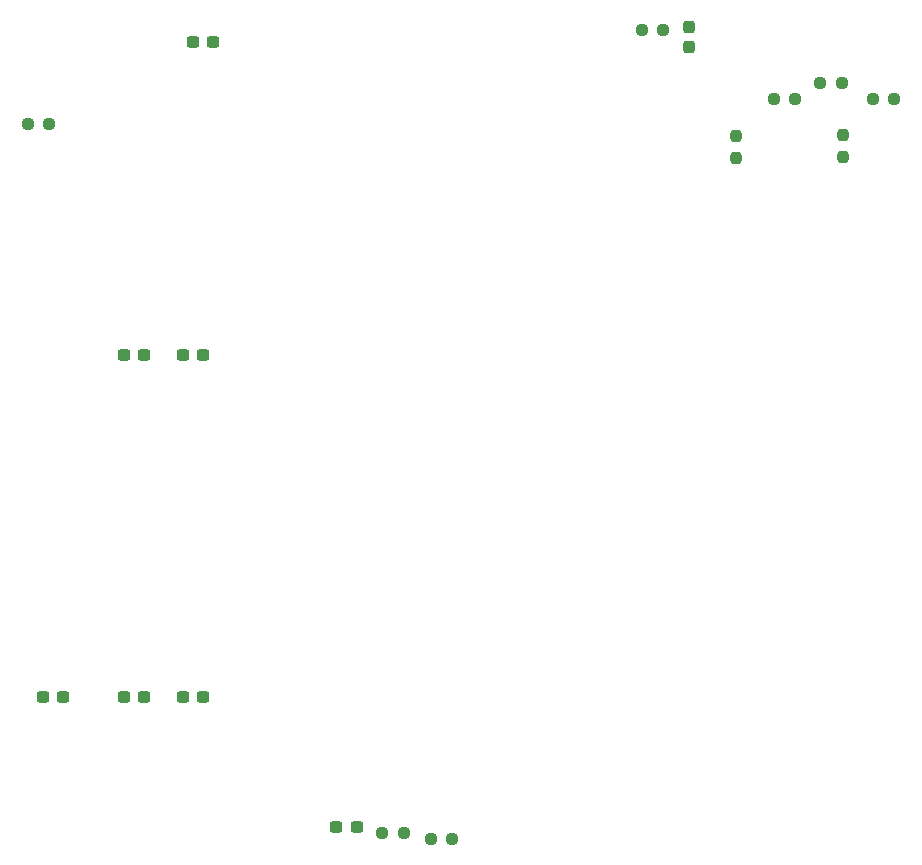
<source format=gbr>
%TF.GenerationSoftware,KiCad,Pcbnew,9.0.2*%
%TF.CreationDate,2025-07-05T12:49:50-04:00*%
%TF.ProjectId,Mainboard H7,4d61696e-626f-4617-9264-2048372e6b69,rev?*%
%TF.SameCoordinates,Original*%
%TF.FileFunction,Paste,Top*%
%TF.FilePolarity,Positive*%
%FSLAX46Y46*%
G04 Gerber Fmt 4.6, Leading zero omitted, Abs format (unit mm)*
G04 Created by KiCad (PCBNEW 9.0.2) date 2025-07-05 12:49:50*
%MOMM*%
%LPD*%
G01*
G04 APERTURE LIST*
G04 Aperture macros list*
%AMRoundRect*
0 Rectangle with rounded corners*
0 $1 Rounding radius*
0 $2 $3 $4 $5 $6 $7 $8 $9 X,Y pos of 4 corners*
0 Add a 4 corners polygon primitive as box body*
4,1,4,$2,$3,$4,$5,$6,$7,$8,$9,$2,$3,0*
0 Add four circle primitives for the rounded corners*
1,1,$1+$1,$2,$3*
1,1,$1+$1,$4,$5*
1,1,$1+$1,$6,$7*
1,1,$1+$1,$8,$9*
0 Add four rect primitives between the rounded corners*
20,1,$1+$1,$2,$3,$4,$5,0*
20,1,$1+$1,$4,$5,$6,$7,0*
20,1,$1+$1,$6,$7,$8,$9,0*
20,1,$1+$1,$8,$9,$2,$3,0*%
G04 Aperture macros list end*
%ADD10RoundRect,0.237500X-0.237500X0.250000X-0.237500X-0.250000X0.237500X-0.250000X0.237500X0.250000X0*%
%ADD11RoundRect,0.237500X0.300000X0.237500X-0.300000X0.237500X-0.300000X-0.237500X0.300000X-0.237500X0*%
%ADD12RoundRect,0.237500X-0.250000X-0.237500X0.250000X-0.237500X0.250000X0.237500X-0.250000X0.237500X0*%
%ADD13RoundRect,0.237500X-0.300000X-0.237500X0.300000X-0.237500X0.300000X0.237500X-0.300000X0.237500X0*%
%ADD14RoundRect,0.237500X0.250000X0.237500X-0.250000X0.237500X-0.250000X-0.237500X0.250000X-0.237500X0*%
%ADD15RoundRect,0.237500X-0.237500X0.300000X-0.237500X-0.300000X0.237500X-0.300000X0.237500X0.300000X0*%
G04 APERTURE END LIST*
D10*
%TO.C,R1*%
X171000000Y-75840000D03*
X171000000Y-74015000D03*
%TD*%
D11*
%TO.C,C1*%
X138862500Y-132500000D03*
X137137500Y-132500000D03*
%TD*%
D12*
%TO.C,R7*%
X163000000Y-65000000D03*
X164825000Y-65000000D03*
%TD*%
%TO.C,R8*%
X178087500Y-69500000D03*
X179912500Y-69500000D03*
%TD*%
D11*
%TO.C,C8*%
X126725000Y-66000000D03*
X125000000Y-66000000D03*
%TD*%
D13*
%TO.C,C2*%
X119137500Y-92500000D03*
X120862500Y-92500000D03*
%TD*%
D12*
%TO.C,R4*%
X182543750Y-70840000D03*
X184368750Y-70840000D03*
%TD*%
D14*
%TO.C,R5*%
X146956250Y-133500000D03*
X145131250Y-133500000D03*
%TD*%
D10*
%TO.C,R3*%
X180000000Y-73927500D03*
X180000000Y-75752500D03*
%TD*%
D11*
%TO.C,C5*%
X125862500Y-121500000D03*
X124137500Y-121500000D03*
%TD*%
D14*
%TO.C,R6*%
X142825000Y-133000000D03*
X141000000Y-133000000D03*
%TD*%
D15*
%TO.C,C3*%
X167000000Y-64775000D03*
X167000000Y-66500000D03*
%TD*%
D13*
%TO.C,C7*%
X112275000Y-121500000D03*
X114000000Y-121500000D03*
%TD*%
D12*
%TO.C,R2*%
X174175000Y-70840000D03*
X176000000Y-70840000D03*
%TD*%
D11*
%TO.C,C6*%
X125862500Y-92500000D03*
X124137500Y-92500000D03*
%TD*%
D13*
%TO.C,C4*%
X119137500Y-121500000D03*
X120862500Y-121500000D03*
%TD*%
D14*
%TO.C,R9*%
X112825000Y-73000000D03*
X111000000Y-73000000D03*
%TD*%
M02*

</source>
